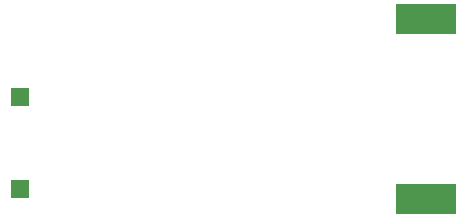
<source format=gtp>
G04 #@! TF.GenerationSoftware,KiCad,Pcbnew,5.1.12-84ad8e8a86~92~ubuntu16.04.1*
G04 #@! TF.CreationDate,2022-12-06T17:37:32+01:00*
G04 #@! TF.ProjectId,Mainboard,4d61696e-626f-4617-9264-2e6b69636164,rev?*
G04 #@! TF.SameCoordinates,Original*
G04 #@! TF.FileFunction,Paste,Top*
G04 #@! TF.FilePolarity,Positive*
%FSLAX46Y46*%
G04 Gerber Fmt 4.6, Leading zero omitted, Abs format (unit mm)*
G04 Created by KiCad (PCBNEW 5.1.12-84ad8e8a86~92~ubuntu16.04.1) date 2022-12-06 17:37:32*
%MOMM*%
%LPD*%
G01*
G04 APERTURE LIST*
%ADD10R,5.100000X2.500000*%
%ADD11R,1.500000X1.500000*%
G04 APERTURE END LIST*
D10*
X183620000Y-78240000D03*
X183620000Y-63040000D03*
D11*
X149225000Y-77433000D03*
X149225000Y-69633000D03*
M02*

</source>
